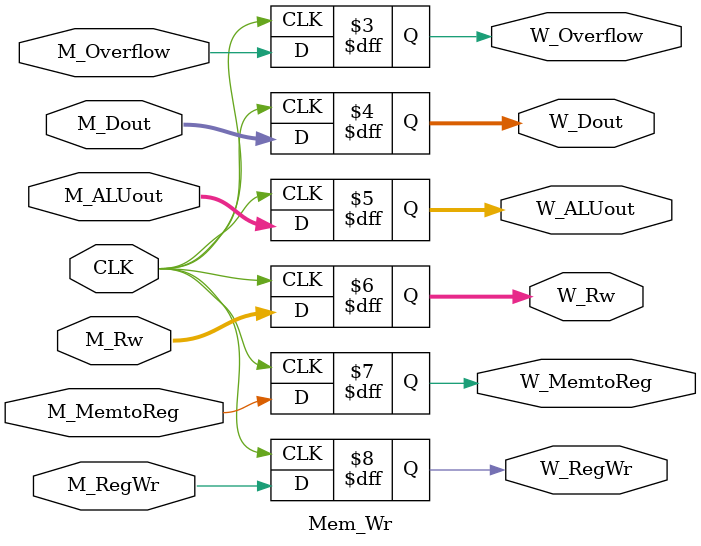
<source format=v>
`timescale 1ns / 1ps
module Mem_Wr(CLK,M_Dout,M_ALUout,M_MemtoReg,M_RegWr,M_Overflow,M_Rw,W_Overflow,W_Dout,W_ALUout,W_Rw,
W_MemtoReg,W_RegWr);
	 input CLK,M_Overflow;
	 input [31:0]M_Dout,M_ALUout;
	 input[4:0]M_Rw;
	 input M_MemtoReg,M_RegWr;
	 output reg W_Overflow;
	 output reg [31:0]W_Dout,W_ALUout;
	 output reg[4:0]W_Rw;
	 output reg W_MemtoReg,W_RegWr;
	 
	 always@(negedge CLK)
	 begin
		W_Overflow<=M_Overflow;
		W_Dout<=M_Dout;
		W_ALUout<=M_ALUout;
		W_Rw<=M_Rw;
		W_MemtoReg<=M_MemtoReg;
		W_RegWr<=M_RegWr;
	end;
	
	initial begin
		W_Overflow=1'h0;
		W_Dout=32'h0;
		W_ALUout=32'h0;
		W_Rw=5'h0;
		W_MemtoReg=1'h0;
		W_RegWr=1'h0;
	end;
	
endmodule

</source>
